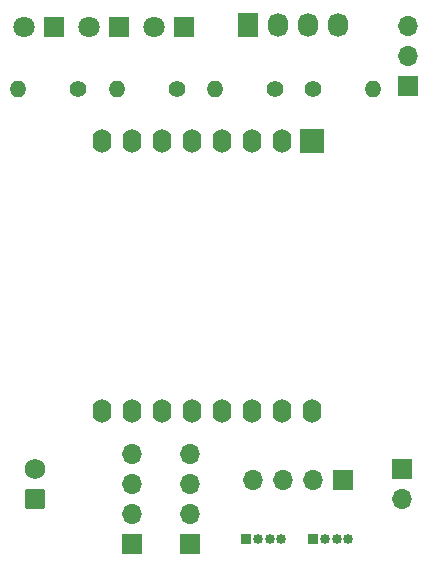
<source format=gts>
G04 #@! TF.GenerationSoftware,KiCad,Pcbnew,7.0.7*
G04 #@! TF.CreationDate,2024-09-10T18:09:56+02:00*
G04 #@! TF.ProjectId,meteo-home,6d657465-6f2d-4686-9f6d-652e6b696361,rev?*
G04 #@! TF.SameCoordinates,Original*
G04 #@! TF.FileFunction,Soldermask,Top*
G04 #@! TF.FilePolarity,Negative*
%FSLAX46Y46*%
G04 Gerber Fmt 4.6, Leading zero omitted, Abs format (unit mm)*
G04 Created by KiCad (PCBNEW 7.0.7) date 2024-09-10 18:09:56*
%MOMM*%
%LPD*%
G01*
G04 APERTURE LIST*
G04 Aperture macros list*
%AMRoundRect*
0 Rectangle with rounded corners*
0 $1 Rounding radius*
0 $2 $3 $4 $5 $6 $7 $8 $9 X,Y pos of 4 corners*
0 Add a 4 corners polygon primitive as box body*
4,1,4,$2,$3,$4,$5,$6,$7,$8,$9,$2,$3,0*
0 Add four circle primitives for the rounded corners*
1,1,$1+$1,$2,$3*
1,1,$1+$1,$4,$5*
1,1,$1+$1,$6,$7*
1,1,$1+$1,$8,$9*
0 Add four rect primitives between the rounded corners*
20,1,$1+$1,$2,$3,$4,$5,0*
20,1,$1+$1,$4,$5,$6,$7,0*
20,1,$1+$1,$6,$7,$8,$9,0*
20,1,$1+$1,$8,$9,$2,$3,0*%
G04 Aperture macros list end*
%ADD10R,2.000000X2.000000*%
%ADD11O,1.600000X2.000000*%
%ADD12R,1.727200X2.032000*%
%ADD13O,1.727200X2.032000*%
%ADD14R,1.800000X1.800000*%
%ADD15C,1.800000*%
%ADD16C,1.400000*%
%ADD17O,1.400000X1.400000*%
%ADD18R,0.850000X0.850000*%
%ADD19O,0.850000X0.850000*%
%ADD20R,1.700000X1.700000*%
%ADD21O,1.700000X1.700000*%
%ADD22RoundRect,0.250000X0.620000X-0.620000X0.620000X0.620000X-0.620000X0.620000X-0.620000X-0.620000X0*%
%ADD23C,1.740000*%
G04 APERTURE END LIST*
D10*
X131380000Y-64640000D03*
D11*
X128840000Y-64640000D03*
X126300000Y-64640000D03*
X123760000Y-64640000D03*
X121220000Y-64640000D03*
X118680000Y-64640000D03*
X116140000Y-64640000D03*
X113600000Y-64640000D03*
X113600000Y-87500000D03*
X116140000Y-87500000D03*
X118680000Y-87500000D03*
X121220000Y-87500000D03*
X123760000Y-87500000D03*
X126300000Y-87500000D03*
X128840000Y-87500000D03*
X131380000Y-87500000D03*
D12*
X125984000Y-54864000D03*
D13*
X128524000Y-54864000D03*
X131064000Y-54864000D03*
X133604000Y-54864000D03*
D14*
X115040000Y-55000000D03*
D15*
X112500000Y-55000000D03*
D14*
X120540000Y-55000000D03*
D15*
X118000000Y-55000000D03*
D16*
X111640000Y-60250000D03*
D17*
X106560000Y-60250000D03*
D16*
X128266666Y-60250000D03*
D17*
X123186666Y-60250000D03*
D16*
X131500000Y-60250000D03*
D17*
X136580000Y-60250000D03*
D16*
X119953333Y-60250000D03*
D17*
X114873333Y-60250000D03*
D14*
X109540000Y-55000000D03*
D15*
X107000000Y-55000000D03*
D18*
X125820000Y-98382500D03*
D19*
X126820000Y-98382500D03*
X127820000Y-98382500D03*
X128820000Y-98382500D03*
D20*
X139500000Y-60000000D03*
D21*
X139500000Y-57460000D03*
X139500000Y-54920000D03*
D20*
X116200000Y-98820000D03*
D21*
X116200000Y-96280000D03*
X116200000Y-93740000D03*
X116200000Y-91200000D03*
D20*
X134000000Y-93407500D03*
D21*
X131460000Y-93407500D03*
X128920000Y-93407500D03*
X126380000Y-93407500D03*
D20*
X121100000Y-98820000D03*
D21*
X121100000Y-96280000D03*
X121100000Y-93740000D03*
X121100000Y-91200000D03*
D22*
X108000000Y-95000000D03*
D23*
X108000000Y-92460000D03*
D20*
X139000000Y-92460000D03*
D21*
X139000000Y-95000000D03*
D18*
X131500000Y-98382500D03*
D19*
X132500000Y-98382500D03*
X133500000Y-98382500D03*
X134500000Y-98382500D03*
M02*

</source>
